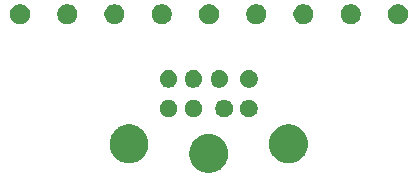
<source format=gbr>
%TF.GenerationSoftware,KiCad,Pcbnew,9.0.6*%
%TF.CreationDate,2026-02-06T14:40:20-05:00*%
%TF.ProjectId,DQ PS2 Controller Adapter,44512050-5332-4204-936f-6e74726f6c6c,1.0*%
%TF.SameCoordinates,Original*%
%TF.FileFunction,Soldermask,Bot*%
%TF.FilePolarity,Negative*%
%FSLAX46Y46*%
G04 Gerber Fmt 4.6, Leading zero omitted, Abs format (unit mm)*
G04 Created by KiCad (PCBNEW 9.0.6) date 2026-02-06 14:40:20*
%MOMM*%
%LPD*%
G01*
G04 APERTURE LIST*
G04 APERTURE END LIST*
G36*
X150768075Y-100065086D02*
G01*
X150779458Y-100065086D01*
X150835502Y-100073962D01*
X150971852Y-100091913D01*
X151005129Y-100100829D01*
X151035185Y-100105590D01*
X151092984Y-100124370D01*
X151180307Y-100147768D01*
X151236018Y-100170844D01*
X151281428Y-100185599D01*
X151323973Y-100207277D01*
X151379681Y-100230352D01*
X151457962Y-100275547D01*
X151512123Y-100303144D01*
X151536745Y-100321033D01*
X151566571Y-100338253D01*
X151675684Y-100421978D01*
X151721589Y-100455330D01*
X151729634Y-100463375D01*
X151737779Y-100469625D01*
X151890374Y-100622220D01*
X151896623Y-100630364D01*
X151904670Y-100638411D01*
X151938025Y-100684320D01*
X152021746Y-100793428D01*
X152038964Y-100823252D01*
X152056856Y-100847877D01*
X152084455Y-100902043D01*
X152129647Y-100980318D01*
X152152719Y-101036020D01*
X152174401Y-101078572D01*
X152189157Y-101123988D01*
X152212231Y-101179692D01*
X152235625Y-101267002D01*
X152254410Y-101324815D01*
X152259171Y-101354877D01*
X152268086Y-101388147D01*
X152286035Y-101524485D01*
X152294914Y-101580542D01*
X152294914Y-101591925D01*
X152296253Y-101602096D01*
X152296253Y-101817903D01*
X152294914Y-101828073D01*
X152294914Y-101839458D01*
X152286034Y-101895518D01*
X152268086Y-102031852D01*
X152259171Y-102065119D01*
X152254410Y-102095185D01*
X152235624Y-102153002D01*
X152212231Y-102240307D01*
X152189159Y-102296007D01*
X152174401Y-102341428D01*
X152152717Y-102383984D01*
X152129647Y-102439681D01*
X152084459Y-102517947D01*
X152056856Y-102572123D01*
X152038962Y-102596751D01*
X152021746Y-102626571D01*
X151938039Y-102735660D01*
X151904670Y-102781589D01*
X151896620Y-102789638D01*
X151890374Y-102797779D01*
X151737779Y-102950374D01*
X151729638Y-102956620D01*
X151721589Y-102964670D01*
X151675660Y-102998039D01*
X151566571Y-103081746D01*
X151536751Y-103098962D01*
X151512123Y-103116856D01*
X151457947Y-103144459D01*
X151379681Y-103189647D01*
X151323984Y-103212717D01*
X151281428Y-103234401D01*
X151236007Y-103249159D01*
X151180307Y-103272231D01*
X151093002Y-103295624D01*
X151035185Y-103314410D01*
X151005119Y-103319171D01*
X150971852Y-103328086D01*
X150835515Y-103346035D01*
X150779458Y-103354914D01*
X150768075Y-103354914D01*
X150757904Y-103356253D01*
X150542096Y-103356253D01*
X150531925Y-103354914D01*
X150520542Y-103354914D01*
X150464485Y-103346035D01*
X150328147Y-103328086D01*
X150294877Y-103319171D01*
X150264815Y-103314410D01*
X150207002Y-103295625D01*
X150119692Y-103272231D01*
X150063988Y-103249157D01*
X150018572Y-103234401D01*
X149976020Y-103212719D01*
X149920318Y-103189647D01*
X149842043Y-103144455D01*
X149787877Y-103116856D01*
X149763252Y-103098964D01*
X149733428Y-103081746D01*
X149624320Y-102998025D01*
X149578411Y-102964670D01*
X149570364Y-102956623D01*
X149562220Y-102950374D01*
X149409625Y-102797779D01*
X149403375Y-102789634D01*
X149395330Y-102781589D01*
X149361978Y-102735684D01*
X149278253Y-102626571D01*
X149261033Y-102596745D01*
X149243144Y-102572123D01*
X149215547Y-102517962D01*
X149170352Y-102439681D01*
X149147277Y-102383973D01*
X149125599Y-102341428D01*
X149110844Y-102296018D01*
X149087768Y-102240307D01*
X149064370Y-102152984D01*
X149045590Y-102095185D01*
X149040829Y-102065129D01*
X149031913Y-102031852D01*
X149013963Y-101895505D01*
X149005086Y-101839458D01*
X149005086Y-101828074D01*
X149003747Y-101817903D01*
X149003747Y-101602096D01*
X149005086Y-101591924D01*
X149005086Y-101580542D01*
X149013962Y-101524499D01*
X149031913Y-101388147D01*
X149040829Y-101354868D01*
X149045590Y-101324815D01*
X149064368Y-101267020D01*
X149087768Y-101179692D01*
X149110846Y-101123977D01*
X149125599Y-101078572D01*
X149147274Y-101036030D01*
X149170352Y-100980318D01*
X149215552Y-100902029D01*
X149243144Y-100847877D01*
X149261030Y-100823258D01*
X149278253Y-100793428D01*
X149361992Y-100684296D01*
X149395330Y-100638411D01*
X149403372Y-100630368D01*
X149409625Y-100622220D01*
X149562220Y-100469625D01*
X149570368Y-100463372D01*
X149578411Y-100455330D01*
X149624296Y-100421992D01*
X149733428Y-100338253D01*
X149763258Y-100321030D01*
X149787877Y-100303144D01*
X149842029Y-100275552D01*
X149920318Y-100230352D01*
X149976030Y-100207274D01*
X150018572Y-100185599D01*
X150063977Y-100170846D01*
X150119692Y-100147768D01*
X150207020Y-100124368D01*
X150264815Y-100105590D01*
X150294868Y-100100829D01*
X150328147Y-100091913D01*
X150464499Y-100073962D01*
X150520542Y-100065086D01*
X150531925Y-100065086D01*
X150542096Y-100063747D01*
X150757904Y-100063747D01*
X150768075Y-100065086D01*
G37*
G36*
X144018075Y-99255086D02*
G01*
X144029458Y-99255086D01*
X144085502Y-99263962D01*
X144221852Y-99281913D01*
X144255129Y-99290829D01*
X144285185Y-99295590D01*
X144342984Y-99314370D01*
X144430307Y-99337768D01*
X144486018Y-99360844D01*
X144531428Y-99375599D01*
X144573973Y-99397277D01*
X144629681Y-99420352D01*
X144707962Y-99465547D01*
X144762123Y-99493144D01*
X144786745Y-99511033D01*
X144816571Y-99528253D01*
X144925684Y-99611978D01*
X144971589Y-99645330D01*
X144979634Y-99653375D01*
X144987779Y-99659625D01*
X145140374Y-99812220D01*
X145146623Y-99820364D01*
X145154670Y-99828411D01*
X145188025Y-99874320D01*
X145271746Y-99983428D01*
X145288964Y-100013252D01*
X145306856Y-100037877D01*
X145334455Y-100092043D01*
X145379647Y-100170318D01*
X145402719Y-100226020D01*
X145424401Y-100268572D01*
X145439157Y-100313988D01*
X145462231Y-100369692D01*
X145485625Y-100457002D01*
X145504410Y-100514815D01*
X145509171Y-100544877D01*
X145518086Y-100578147D01*
X145536035Y-100714485D01*
X145544914Y-100770542D01*
X145544914Y-100781925D01*
X145546253Y-100792096D01*
X145546253Y-101007903D01*
X145544914Y-101018073D01*
X145544914Y-101029458D01*
X145536034Y-101085518D01*
X145518086Y-101221852D01*
X145509171Y-101255119D01*
X145504410Y-101285185D01*
X145485624Y-101343002D01*
X145462231Y-101430307D01*
X145439159Y-101486007D01*
X145424401Y-101531428D01*
X145402717Y-101573984D01*
X145379647Y-101629681D01*
X145334459Y-101707947D01*
X145306856Y-101762123D01*
X145288962Y-101786751D01*
X145271746Y-101816571D01*
X145188039Y-101925660D01*
X145154670Y-101971589D01*
X145146620Y-101979638D01*
X145140374Y-101987779D01*
X144987779Y-102140374D01*
X144979638Y-102146620D01*
X144971589Y-102154670D01*
X144925660Y-102188039D01*
X144816571Y-102271746D01*
X144786751Y-102288962D01*
X144762123Y-102306856D01*
X144707947Y-102334459D01*
X144629681Y-102379647D01*
X144573984Y-102402717D01*
X144531428Y-102424401D01*
X144486007Y-102439159D01*
X144430307Y-102462231D01*
X144343002Y-102485624D01*
X144285185Y-102504410D01*
X144255119Y-102509171D01*
X144221852Y-102518086D01*
X144085515Y-102536035D01*
X144029458Y-102544914D01*
X144018075Y-102544914D01*
X144007904Y-102546253D01*
X143792096Y-102546253D01*
X143781925Y-102544914D01*
X143770542Y-102544914D01*
X143714485Y-102536035D01*
X143578147Y-102518086D01*
X143544877Y-102509171D01*
X143514815Y-102504410D01*
X143457002Y-102485625D01*
X143369692Y-102462231D01*
X143313988Y-102439157D01*
X143268572Y-102424401D01*
X143226020Y-102402719D01*
X143170318Y-102379647D01*
X143092043Y-102334455D01*
X143037877Y-102306856D01*
X143013252Y-102288964D01*
X142983428Y-102271746D01*
X142874320Y-102188025D01*
X142828411Y-102154670D01*
X142820364Y-102146623D01*
X142812220Y-102140374D01*
X142659625Y-101987779D01*
X142653375Y-101979634D01*
X142645330Y-101971589D01*
X142611978Y-101925684D01*
X142528253Y-101816571D01*
X142511033Y-101786745D01*
X142493144Y-101762123D01*
X142465547Y-101707962D01*
X142420352Y-101629681D01*
X142397277Y-101573973D01*
X142375599Y-101531428D01*
X142360844Y-101486018D01*
X142337768Y-101430307D01*
X142314370Y-101342984D01*
X142295590Y-101285185D01*
X142290829Y-101255129D01*
X142281913Y-101221852D01*
X142263963Y-101085505D01*
X142255086Y-101029458D01*
X142255086Y-101018074D01*
X142253747Y-101007903D01*
X142253747Y-100792096D01*
X142255086Y-100781924D01*
X142255086Y-100770542D01*
X142263962Y-100714499D01*
X142281913Y-100578147D01*
X142290829Y-100544868D01*
X142295590Y-100514815D01*
X142314368Y-100457020D01*
X142337768Y-100369692D01*
X142360846Y-100313977D01*
X142375599Y-100268572D01*
X142397274Y-100226030D01*
X142420352Y-100170318D01*
X142465552Y-100092029D01*
X142493144Y-100037877D01*
X142511030Y-100013258D01*
X142528253Y-99983428D01*
X142611992Y-99874296D01*
X142645330Y-99828411D01*
X142653372Y-99820368D01*
X142659625Y-99812220D01*
X142812220Y-99659625D01*
X142820368Y-99653372D01*
X142828411Y-99645330D01*
X142874296Y-99611992D01*
X142983428Y-99528253D01*
X143013258Y-99511030D01*
X143037877Y-99493144D01*
X143092029Y-99465552D01*
X143170318Y-99420352D01*
X143226030Y-99397274D01*
X143268572Y-99375599D01*
X143313977Y-99360846D01*
X143369692Y-99337768D01*
X143457020Y-99314368D01*
X143514815Y-99295590D01*
X143544868Y-99290829D01*
X143578147Y-99281913D01*
X143714499Y-99263962D01*
X143770542Y-99255086D01*
X143781925Y-99255086D01*
X143792096Y-99253747D01*
X144007904Y-99253747D01*
X144018075Y-99255086D01*
G37*
G36*
X157518075Y-99255086D02*
G01*
X157529458Y-99255086D01*
X157585502Y-99263962D01*
X157721852Y-99281913D01*
X157755129Y-99290829D01*
X157785185Y-99295590D01*
X157842984Y-99314370D01*
X157930307Y-99337768D01*
X157986018Y-99360844D01*
X158031428Y-99375599D01*
X158073973Y-99397277D01*
X158129681Y-99420352D01*
X158207962Y-99465547D01*
X158262123Y-99493144D01*
X158286745Y-99511033D01*
X158316571Y-99528253D01*
X158425684Y-99611978D01*
X158471589Y-99645330D01*
X158479634Y-99653375D01*
X158487779Y-99659625D01*
X158640374Y-99812220D01*
X158646623Y-99820364D01*
X158654670Y-99828411D01*
X158688025Y-99874320D01*
X158771746Y-99983428D01*
X158788964Y-100013252D01*
X158806856Y-100037877D01*
X158834455Y-100092043D01*
X158879647Y-100170318D01*
X158902719Y-100226020D01*
X158924401Y-100268572D01*
X158939157Y-100313988D01*
X158962231Y-100369692D01*
X158985625Y-100457002D01*
X159004410Y-100514815D01*
X159009171Y-100544877D01*
X159018086Y-100578147D01*
X159036035Y-100714485D01*
X159044914Y-100770542D01*
X159044914Y-100781925D01*
X159046253Y-100792096D01*
X159046253Y-101007903D01*
X159044914Y-101018073D01*
X159044914Y-101029458D01*
X159036034Y-101085518D01*
X159018086Y-101221852D01*
X159009171Y-101255119D01*
X159004410Y-101285185D01*
X158985624Y-101343002D01*
X158962231Y-101430307D01*
X158939159Y-101486007D01*
X158924401Y-101531428D01*
X158902717Y-101573984D01*
X158879647Y-101629681D01*
X158834459Y-101707947D01*
X158806856Y-101762123D01*
X158788962Y-101786751D01*
X158771746Y-101816571D01*
X158688039Y-101925660D01*
X158654670Y-101971589D01*
X158646620Y-101979638D01*
X158640374Y-101987779D01*
X158487779Y-102140374D01*
X158479638Y-102146620D01*
X158471589Y-102154670D01*
X158425660Y-102188039D01*
X158316571Y-102271746D01*
X158286751Y-102288962D01*
X158262123Y-102306856D01*
X158207947Y-102334459D01*
X158129681Y-102379647D01*
X158073984Y-102402717D01*
X158031428Y-102424401D01*
X157986007Y-102439159D01*
X157930307Y-102462231D01*
X157843002Y-102485624D01*
X157785185Y-102504410D01*
X157755119Y-102509171D01*
X157721852Y-102518086D01*
X157585515Y-102536035D01*
X157529458Y-102544914D01*
X157518075Y-102544914D01*
X157507904Y-102546253D01*
X157292096Y-102546253D01*
X157281925Y-102544914D01*
X157270542Y-102544914D01*
X157214485Y-102536035D01*
X157078147Y-102518086D01*
X157044877Y-102509171D01*
X157014815Y-102504410D01*
X156957002Y-102485625D01*
X156869692Y-102462231D01*
X156813988Y-102439157D01*
X156768572Y-102424401D01*
X156726020Y-102402719D01*
X156670318Y-102379647D01*
X156592043Y-102334455D01*
X156537877Y-102306856D01*
X156513252Y-102288964D01*
X156483428Y-102271746D01*
X156374320Y-102188025D01*
X156328411Y-102154670D01*
X156320364Y-102146623D01*
X156312220Y-102140374D01*
X156159625Y-101987779D01*
X156153375Y-101979634D01*
X156145330Y-101971589D01*
X156111978Y-101925684D01*
X156028253Y-101816571D01*
X156011033Y-101786745D01*
X155993144Y-101762123D01*
X155965547Y-101707962D01*
X155920352Y-101629681D01*
X155897277Y-101573973D01*
X155875599Y-101531428D01*
X155860844Y-101486018D01*
X155837768Y-101430307D01*
X155814370Y-101342984D01*
X155795590Y-101285185D01*
X155790829Y-101255129D01*
X155781913Y-101221852D01*
X155763963Y-101085505D01*
X155755086Y-101029458D01*
X155755086Y-101018074D01*
X155753747Y-101007903D01*
X155753747Y-100792096D01*
X155755086Y-100781924D01*
X155755086Y-100770542D01*
X155763962Y-100714499D01*
X155781913Y-100578147D01*
X155790829Y-100544868D01*
X155795590Y-100514815D01*
X155814368Y-100457020D01*
X155837768Y-100369692D01*
X155860846Y-100313977D01*
X155875599Y-100268572D01*
X155897274Y-100226030D01*
X155920352Y-100170318D01*
X155965552Y-100092029D01*
X155993144Y-100037877D01*
X156011030Y-100013258D01*
X156028253Y-99983428D01*
X156111992Y-99874296D01*
X156145330Y-99828411D01*
X156153372Y-99820368D01*
X156159625Y-99812220D01*
X156312220Y-99659625D01*
X156320368Y-99653372D01*
X156328411Y-99645330D01*
X156374296Y-99611992D01*
X156483428Y-99528253D01*
X156513258Y-99511030D01*
X156537877Y-99493144D01*
X156592029Y-99465552D01*
X156670318Y-99420352D01*
X156726030Y-99397274D01*
X156768572Y-99375599D01*
X156813977Y-99360846D01*
X156869692Y-99337768D01*
X156957020Y-99314368D01*
X157014815Y-99295590D01*
X157044868Y-99290829D01*
X157078147Y-99281913D01*
X157214499Y-99263962D01*
X157270542Y-99255086D01*
X157281925Y-99255086D01*
X157292096Y-99253747D01*
X157507904Y-99253747D01*
X157518075Y-99255086D01*
G37*
G36*
X147467714Y-97182295D02*
G01*
X147603548Y-97238559D01*
X147725795Y-97320242D01*
X147829758Y-97424205D01*
X147911441Y-97546452D01*
X147967705Y-97682286D01*
X147996389Y-97826487D01*
X147996389Y-97973513D01*
X147967705Y-98117714D01*
X147911441Y-98253548D01*
X147829758Y-98375795D01*
X147725795Y-98479758D01*
X147603548Y-98561441D01*
X147467714Y-98617705D01*
X147323513Y-98646389D01*
X147176487Y-98646389D01*
X147032286Y-98617705D01*
X146896452Y-98561441D01*
X146774205Y-98479758D01*
X146670242Y-98375795D01*
X146588559Y-98253548D01*
X146532295Y-98117714D01*
X146503611Y-97973513D01*
X146503611Y-97826487D01*
X146532295Y-97682286D01*
X146588559Y-97546452D01*
X146670242Y-97424205D01*
X146774205Y-97320242D01*
X146896452Y-97238559D01*
X147032286Y-97182295D01*
X147176487Y-97153611D01*
X147323513Y-97153611D01*
X147467714Y-97182295D01*
G37*
G36*
X149567714Y-97182295D02*
G01*
X149703548Y-97238559D01*
X149825795Y-97320242D01*
X149929758Y-97424205D01*
X150011441Y-97546452D01*
X150067705Y-97682286D01*
X150096389Y-97826487D01*
X150096389Y-97973513D01*
X150067705Y-98117714D01*
X150011441Y-98253548D01*
X149929758Y-98375795D01*
X149825795Y-98479758D01*
X149703548Y-98561441D01*
X149567714Y-98617705D01*
X149423513Y-98646389D01*
X149276487Y-98646389D01*
X149132286Y-98617705D01*
X148996452Y-98561441D01*
X148874205Y-98479758D01*
X148770242Y-98375795D01*
X148688559Y-98253548D01*
X148632295Y-98117714D01*
X148603611Y-97973513D01*
X148603611Y-97826487D01*
X148632295Y-97682286D01*
X148688559Y-97546452D01*
X148770242Y-97424205D01*
X148874205Y-97320242D01*
X148996452Y-97238559D01*
X149132286Y-97182295D01*
X149276487Y-97153611D01*
X149423513Y-97153611D01*
X149567714Y-97182295D01*
G37*
G36*
X152167714Y-97182295D02*
G01*
X152303548Y-97238559D01*
X152425795Y-97320242D01*
X152529758Y-97424205D01*
X152611441Y-97546452D01*
X152667705Y-97682286D01*
X152696389Y-97826487D01*
X152696389Y-97973513D01*
X152667705Y-98117714D01*
X152611441Y-98253548D01*
X152529758Y-98375795D01*
X152425795Y-98479758D01*
X152303548Y-98561441D01*
X152167714Y-98617705D01*
X152023513Y-98646389D01*
X151876487Y-98646389D01*
X151732286Y-98617705D01*
X151596452Y-98561441D01*
X151474205Y-98479758D01*
X151370242Y-98375795D01*
X151288559Y-98253548D01*
X151232295Y-98117714D01*
X151203611Y-97973513D01*
X151203611Y-97826487D01*
X151232295Y-97682286D01*
X151288559Y-97546452D01*
X151370242Y-97424205D01*
X151474205Y-97320242D01*
X151596452Y-97238559D01*
X151732286Y-97182295D01*
X151876487Y-97153611D01*
X152023513Y-97153611D01*
X152167714Y-97182295D01*
G37*
G36*
X154267714Y-97182295D02*
G01*
X154403548Y-97238559D01*
X154525795Y-97320242D01*
X154629758Y-97424205D01*
X154711441Y-97546452D01*
X154767705Y-97682286D01*
X154796389Y-97826487D01*
X154796389Y-97973513D01*
X154767705Y-98117714D01*
X154711441Y-98253548D01*
X154629758Y-98375795D01*
X154525795Y-98479758D01*
X154403548Y-98561441D01*
X154267714Y-98617705D01*
X154123513Y-98646389D01*
X153976487Y-98646389D01*
X153832286Y-98617705D01*
X153696452Y-98561441D01*
X153574205Y-98479758D01*
X153470242Y-98375795D01*
X153388559Y-98253548D01*
X153332295Y-98117714D01*
X153303611Y-97973513D01*
X153303611Y-97826487D01*
X153332295Y-97682286D01*
X153388559Y-97546452D01*
X153470242Y-97424205D01*
X153574205Y-97320242D01*
X153696452Y-97238559D01*
X153832286Y-97182295D01*
X153976487Y-97153611D01*
X154123513Y-97153611D01*
X154267714Y-97182295D01*
G37*
G36*
X147467714Y-94682295D02*
G01*
X147603548Y-94738559D01*
X147725795Y-94820242D01*
X147829758Y-94924205D01*
X147911441Y-95046452D01*
X147967705Y-95182286D01*
X147996389Y-95326487D01*
X147996389Y-95473513D01*
X147967705Y-95617714D01*
X147911441Y-95753548D01*
X147829758Y-95875795D01*
X147725795Y-95979758D01*
X147603548Y-96061441D01*
X147467714Y-96117705D01*
X147323513Y-96146389D01*
X147176487Y-96146389D01*
X147032286Y-96117705D01*
X146896452Y-96061441D01*
X146774205Y-95979758D01*
X146670242Y-95875795D01*
X146588559Y-95753548D01*
X146532295Y-95617714D01*
X146503611Y-95473513D01*
X146503611Y-95326487D01*
X146532295Y-95182286D01*
X146588559Y-95046452D01*
X146670242Y-94924205D01*
X146774205Y-94820242D01*
X146896452Y-94738559D01*
X147032286Y-94682295D01*
X147176487Y-94653611D01*
X147323513Y-94653611D01*
X147467714Y-94682295D01*
G37*
G36*
X149567714Y-94682295D02*
G01*
X149703548Y-94738559D01*
X149825795Y-94820242D01*
X149929758Y-94924205D01*
X150011441Y-95046452D01*
X150067705Y-95182286D01*
X150096389Y-95326487D01*
X150096389Y-95473513D01*
X150067705Y-95617714D01*
X150011441Y-95753548D01*
X149929758Y-95875795D01*
X149825795Y-95979758D01*
X149703548Y-96061441D01*
X149567714Y-96117705D01*
X149423513Y-96146389D01*
X149276487Y-96146389D01*
X149132286Y-96117705D01*
X148996452Y-96061441D01*
X148874205Y-95979758D01*
X148770242Y-95875795D01*
X148688559Y-95753548D01*
X148632295Y-95617714D01*
X148603611Y-95473513D01*
X148603611Y-95326487D01*
X148632295Y-95182286D01*
X148688559Y-95046452D01*
X148770242Y-94924205D01*
X148874205Y-94820242D01*
X148996452Y-94738559D01*
X149132286Y-94682295D01*
X149276487Y-94653611D01*
X149423513Y-94653611D01*
X149567714Y-94682295D01*
G37*
G36*
X151767714Y-94682295D02*
G01*
X151903548Y-94738559D01*
X152025795Y-94820242D01*
X152129758Y-94924205D01*
X152211441Y-95046452D01*
X152267705Y-95182286D01*
X152296389Y-95326487D01*
X152296389Y-95473513D01*
X152267705Y-95617714D01*
X152211441Y-95753548D01*
X152129758Y-95875795D01*
X152025795Y-95979758D01*
X151903548Y-96061441D01*
X151767714Y-96117705D01*
X151623513Y-96146389D01*
X151476487Y-96146389D01*
X151332286Y-96117705D01*
X151196452Y-96061441D01*
X151074205Y-95979758D01*
X150970242Y-95875795D01*
X150888559Y-95753548D01*
X150832295Y-95617714D01*
X150803611Y-95473513D01*
X150803611Y-95326487D01*
X150832295Y-95182286D01*
X150888559Y-95046452D01*
X150970242Y-94924205D01*
X151074205Y-94820242D01*
X151196452Y-94738559D01*
X151332286Y-94682295D01*
X151476487Y-94653611D01*
X151623513Y-94653611D01*
X151767714Y-94682295D01*
G37*
G36*
X154267714Y-94682295D02*
G01*
X154403548Y-94738559D01*
X154525795Y-94820242D01*
X154629758Y-94924205D01*
X154711441Y-95046452D01*
X154767705Y-95182286D01*
X154796389Y-95326487D01*
X154796389Y-95473513D01*
X154767705Y-95617714D01*
X154711441Y-95753548D01*
X154629758Y-95875795D01*
X154525795Y-95979758D01*
X154403548Y-96061441D01*
X154267714Y-96117705D01*
X154123513Y-96146389D01*
X153976487Y-96146389D01*
X153832286Y-96117705D01*
X153696452Y-96061441D01*
X153574205Y-95979758D01*
X153470242Y-95875795D01*
X153388559Y-95753548D01*
X153332295Y-95617714D01*
X153303611Y-95473513D01*
X153303611Y-95326487D01*
X153332295Y-95182286D01*
X153388559Y-95046452D01*
X153470242Y-94924205D01*
X153574205Y-94820242D01*
X153696452Y-94738559D01*
X153832286Y-94682295D01*
X153976487Y-94653611D01*
X154123513Y-94653611D01*
X154267714Y-94682295D01*
G37*
G36*
X134916742Y-89116601D02*
G01*
X135070687Y-89180367D01*
X135209234Y-89272941D01*
X135327059Y-89390766D01*
X135419633Y-89529313D01*
X135483399Y-89683258D01*
X135515907Y-89846685D01*
X135515907Y-90013315D01*
X135483399Y-90176742D01*
X135419633Y-90330687D01*
X135327059Y-90469234D01*
X135209234Y-90587059D01*
X135070687Y-90679633D01*
X134916742Y-90743399D01*
X134753315Y-90775907D01*
X134586685Y-90775907D01*
X134423258Y-90743399D01*
X134269313Y-90679633D01*
X134130766Y-90587059D01*
X134012941Y-90469234D01*
X133920367Y-90330687D01*
X133856601Y-90176742D01*
X133824093Y-90013315D01*
X133824093Y-89846685D01*
X133856601Y-89683258D01*
X133920367Y-89529313D01*
X134012941Y-89390766D01*
X134130766Y-89272941D01*
X134269313Y-89180367D01*
X134423258Y-89116601D01*
X134586685Y-89084093D01*
X134753315Y-89084093D01*
X134916742Y-89116601D01*
G37*
G36*
X138916742Y-89116601D02*
G01*
X139070687Y-89180367D01*
X139209234Y-89272941D01*
X139327059Y-89390766D01*
X139419633Y-89529313D01*
X139483399Y-89683258D01*
X139515907Y-89846685D01*
X139515907Y-90013315D01*
X139483399Y-90176742D01*
X139419633Y-90330687D01*
X139327059Y-90469234D01*
X139209234Y-90587059D01*
X139070687Y-90679633D01*
X138916742Y-90743399D01*
X138753315Y-90775907D01*
X138586685Y-90775907D01*
X138423258Y-90743399D01*
X138269313Y-90679633D01*
X138130766Y-90587059D01*
X138012941Y-90469234D01*
X137920367Y-90330687D01*
X137856601Y-90176742D01*
X137824093Y-90013315D01*
X137824093Y-89846685D01*
X137856601Y-89683258D01*
X137920367Y-89529313D01*
X138012941Y-89390766D01*
X138130766Y-89272941D01*
X138269313Y-89180367D01*
X138423258Y-89116601D01*
X138586685Y-89084093D01*
X138753315Y-89084093D01*
X138916742Y-89116601D01*
G37*
G36*
X142916742Y-89116601D02*
G01*
X143070687Y-89180367D01*
X143209234Y-89272941D01*
X143327059Y-89390766D01*
X143419633Y-89529313D01*
X143483399Y-89683258D01*
X143515907Y-89846685D01*
X143515907Y-90013315D01*
X143483399Y-90176742D01*
X143419633Y-90330687D01*
X143327059Y-90469234D01*
X143209234Y-90587059D01*
X143070687Y-90679633D01*
X142916742Y-90743399D01*
X142753315Y-90775907D01*
X142586685Y-90775907D01*
X142423258Y-90743399D01*
X142269313Y-90679633D01*
X142130766Y-90587059D01*
X142012941Y-90469234D01*
X141920367Y-90330687D01*
X141856601Y-90176742D01*
X141824093Y-90013315D01*
X141824093Y-89846685D01*
X141856601Y-89683258D01*
X141920367Y-89529313D01*
X142012941Y-89390766D01*
X142130766Y-89272941D01*
X142269313Y-89180367D01*
X142423258Y-89116601D01*
X142586685Y-89084093D01*
X142753315Y-89084093D01*
X142916742Y-89116601D01*
G37*
G36*
X146916742Y-89116601D02*
G01*
X147070687Y-89180367D01*
X147209234Y-89272941D01*
X147327059Y-89390766D01*
X147419633Y-89529313D01*
X147483399Y-89683258D01*
X147515907Y-89846685D01*
X147515907Y-90013315D01*
X147483399Y-90176742D01*
X147419633Y-90330687D01*
X147327059Y-90469234D01*
X147209234Y-90587059D01*
X147070687Y-90679633D01*
X146916742Y-90743399D01*
X146753315Y-90775907D01*
X146586685Y-90775907D01*
X146423258Y-90743399D01*
X146269313Y-90679633D01*
X146130766Y-90587059D01*
X146012941Y-90469234D01*
X145920367Y-90330687D01*
X145856601Y-90176742D01*
X145824093Y-90013315D01*
X145824093Y-89846685D01*
X145856601Y-89683258D01*
X145920367Y-89529313D01*
X146012941Y-89390766D01*
X146130766Y-89272941D01*
X146269313Y-89180367D01*
X146423258Y-89116601D01*
X146586685Y-89084093D01*
X146753315Y-89084093D01*
X146916742Y-89116601D01*
G37*
G36*
X150916742Y-89116601D02*
G01*
X151070687Y-89180367D01*
X151209234Y-89272941D01*
X151327059Y-89390766D01*
X151419633Y-89529313D01*
X151483399Y-89683258D01*
X151515907Y-89846685D01*
X151515907Y-90013315D01*
X151483399Y-90176742D01*
X151419633Y-90330687D01*
X151327059Y-90469234D01*
X151209234Y-90587059D01*
X151070687Y-90679633D01*
X150916742Y-90743399D01*
X150753315Y-90775907D01*
X150586685Y-90775907D01*
X150423258Y-90743399D01*
X150269313Y-90679633D01*
X150130766Y-90587059D01*
X150012941Y-90469234D01*
X149920367Y-90330687D01*
X149856601Y-90176742D01*
X149824093Y-90013315D01*
X149824093Y-89846685D01*
X149856601Y-89683258D01*
X149920367Y-89529313D01*
X150012941Y-89390766D01*
X150130766Y-89272941D01*
X150269313Y-89180367D01*
X150423258Y-89116601D01*
X150586685Y-89084093D01*
X150753315Y-89084093D01*
X150916742Y-89116601D01*
G37*
G36*
X154916742Y-89116601D02*
G01*
X155070687Y-89180367D01*
X155209234Y-89272941D01*
X155327059Y-89390766D01*
X155419633Y-89529313D01*
X155483399Y-89683258D01*
X155515907Y-89846685D01*
X155515907Y-90013315D01*
X155483399Y-90176742D01*
X155419633Y-90330687D01*
X155327059Y-90469234D01*
X155209234Y-90587059D01*
X155070687Y-90679633D01*
X154916742Y-90743399D01*
X154753315Y-90775907D01*
X154586685Y-90775907D01*
X154423258Y-90743399D01*
X154269313Y-90679633D01*
X154130766Y-90587059D01*
X154012941Y-90469234D01*
X153920367Y-90330687D01*
X153856601Y-90176742D01*
X153824093Y-90013315D01*
X153824093Y-89846685D01*
X153856601Y-89683258D01*
X153920367Y-89529313D01*
X154012941Y-89390766D01*
X154130766Y-89272941D01*
X154269313Y-89180367D01*
X154423258Y-89116601D01*
X154586685Y-89084093D01*
X154753315Y-89084093D01*
X154916742Y-89116601D01*
G37*
G36*
X158916742Y-89116601D02*
G01*
X159070687Y-89180367D01*
X159209234Y-89272941D01*
X159327059Y-89390766D01*
X159419633Y-89529313D01*
X159483399Y-89683258D01*
X159515907Y-89846685D01*
X159515907Y-90013315D01*
X159483399Y-90176742D01*
X159419633Y-90330687D01*
X159327059Y-90469234D01*
X159209234Y-90587059D01*
X159070687Y-90679633D01*
X158916742Y-90743399D01*
X158753315Y-90775907D01*
X158586685Y-90775907D01*
X158423258Y-90743399D01*
X158269313Y-90679633D01*
X158130766Y-90587059D01*
X158012941Y-90469234D01*
X157920367Y-90330687D01*
X157856601Y-90176742D01*
X157824093Y-90013315D01*
X157824093Y-89846685D01*
X157856601Y-89683258D01*
X157920367Y-89529313D01*
X158012941Y-89390766D01*
X158130766Y-89272941D01*
X158269313Y-89180367D01*
X158423258Y-89116601D01*
X158586685Y-89084093D01*
X158753315Y-89084093D01*
X158916742Y-89116601D01*
G37*
G36*
X162916742Y-89116601D02*
G01*
X163070687Y-89180367D01*
X163209234Y-89272941D01*
X163327059Y-89390766D01*
X163419633Y-89529313D01*
X163483399Y-89683258D01*
X163515907Y-89846685D01*
X163515907Y-90013315D01*
X163483399Y-90176742D01*
X163419633Y-90330687D01*
X163327059Y-90469234D01*
X163209234Y-90587059D01*
X163070687Y-90679633D01*
X162916742Y-90743399D01*
X162753315Y-90775907D01*
X162586685Y-90775907D01*
X162423258Y-90743399D01*
X162269313Y-90679633D01*
X162130766Y-90587059D01*
X162012941Y-90469234D01*
X161920367Y-90330687D01*
X161856601Y-90176742D01*
X161824093Y-90013315D01*
X161824093Y-89846685D01*
X161856601Y-89683258D01*
X161920367Y-89529313D01*
X162012941Y-89390766D01*
X162130766Y-89272941D01*
X162269313Y-89180367D01*
X162423258Y-89116601D01*
X162586685Y-89084093D01*
X162753315Y-89084093D01*
X162916742Y-89116601D01*
G37*
G36*
X166916742Y-89116601D02*
G01*
X167070687Y-89180367D01*
X167209234Y-89272941D01*
X167327059Y-89390766D01*
X167419633Y-89529313D01*
X167483399Y-89683258D01*
X167515907Y-89846685D01*
X167515907Y-90013315D01*
X167483399Y-90176742D01*
X167419633Y-90330687D01*
X167327059Y-90469234D01*
X167209234Y-90587059D01*
X167070687Y-90679633D01*
X166916742Y-90743399D01*
X166753315Y-90775907D01*
X166586685Y-90775907D01*
X166423258Y-90743399D01*
X166269313Y-90679633D01*
X166130766Y-90587059D01*
X166012941Y-90469234D01*
X165920367Y-90330687D01*
X165856601Y-90176742D01*
X165824093Y-90013315D01*
X165824093Y-89846685D01*
X165856601Y-89683258D01*
X165920367Y-89529313D01*
X166012941Y-89390766D01*
X166130766Y-89272941D01*
X166269313Y-89180367D01*
X166423258Y-89116601D01*
X166586685Y-89084093D01*
X166753315Y-89084093D01*
X166916742Y-89116601D01*
G37*
M02*

</source>
